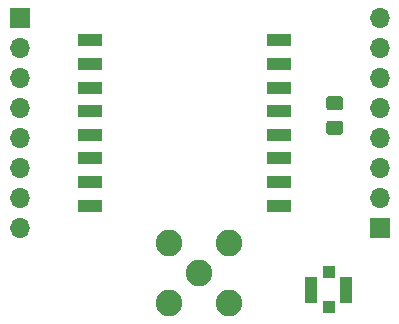
<source format=gbr>
%TF.GenerationSoftware,KiCad,Pcbnew,5.1.12-84ad8e8a86~92~ubuntu20.04.1*%
%TF.CreationDate,2021-12-04T14:18:14+01:00*%
%TF.ProjectId,RFMBreakout,52464d42-7265-4616-9b6f-75742e6b6963,rev?*%
%TF.SameCoordinates,Original*%
%TF.FileFunction,Soldermask,Top*%
%TF.FilePolarity,Negative*%
%FSLAX46Y46*%
G04 Gerber Fmt 4.6, Leading zero omitted, Abs format (unit mm)*
G04 Created by KiCad (PCBNEW 5.1.12-84ad8e8a86~92~ubuntu20.04.1) date 2021-12-04 14:18:14*
%MOMM*%
%LPD*%
G01*
G04 APERTURE LIST*
%ADD10C,2.250000*%
%ADD11R,1.000000X1.000000*%
%ADD12R,1.050000X2.200000*%
%ADD13O,1.700000X1.700000*%
%ADD14R,1.700000X1.700000*%
%ADD15R,2.000000X1.000000*%
G04 APERTURE END LIST*
D10*
%TO.C,J4*%
X134540000Y-99060000D03*
X134540000Y-104140000D03*
X129460000Y-104140000D03*
X129460000Y-99060000D03*
X132000000Y-101600000D03*
%TD*%
D11*
%TO.C,J3*%
X143000000Y-101500000D03*
X143000000Y-104500000D03*
D12*
X141525000Y-103000000D03*
X144475000Y-103000000D03*
%TD*%
D13*
%TO.C,J2*%
X147320000Y-80010000D03*
X147320000Y-82550000D03*
X147320000Y-85090000D03*
X147320000Y-87630000D03*
X147320000Y-90170000D03*
X147320000Y-92710000D03*
X147320000Y-95250000D03*
D14*
X147320000Y-97790000D03*
%TD*%
%TO.C,C1*%
G36*
G01*
X143035000Y-88715000D02*
X143985000Y-88715000D01*
G75*
G02*
X144235000Y-88965000I0J-250000D01*
G01*
X144235000Y-89640000D01*
G75*
G02*
X143985000Y-89890000I-250000J0D01*
G01*
X143035000Y-89890000D01*
G75*
G02*
X142785000Y-89640000I0J250000D01*
G01*
X142785000Y-88965000D01*
G75*
G02*
X143035000Y-88715000I250000J0D01*
G01*
G37*
G36*
G01*
X143035000Y-86640000D02*
X143985000Y-86640000D01*
G75*
G02*
X144235000Y-86890000I0J-250000D01*
G01*
X144235000Y-87565000D01*
G75*
G02*
X143985000Y-87815000I-250000J0D01*
G01*
X143035000Y-87815000D01*
G75*
G02*
X142785000Y-87565000I0J250000D01*
G01*
X142785000Y-86890000D01*
G75*
G02*
X143035000Y-86640000I250000J0D01*
G01*
G37*
%TD*%
D15*
%TO.C,U1*%
X138810000Y-81900000D03*
X138810000Y-83900000D03*
X138810000Y-85900000D03*
X138810000Y-87900000D03*
X138810000Y-89900000D03*
X138810000Y-91900000D03*
X138810000Y-93900000D03*
X138810000Y-95900000D03*
X122810000Y-95900000D03*
X122810000Y-93900000D03*
X122810000Y-91900000D03*
X122810000Y-89900000D03*
X122810000Y-87900000D03*
X122810000Y-85900000D03*
X122810000Y-83900000D03*
X122810000Y-81900000D03*
%TD*%
D13*
%TO.C,J1*%
X116840000Y-97790000D03*
X116840000Y-95250000D03*
X116840000Y-92710000D03*
X116840000Y-90170000D03*
X116840000Y-87630000D03*
X116840000Y-85090000D03*
X116840000Y-82550000D03*
D14*
X116840000Y-80010000D03*
%TD*%
M02*

</source>
